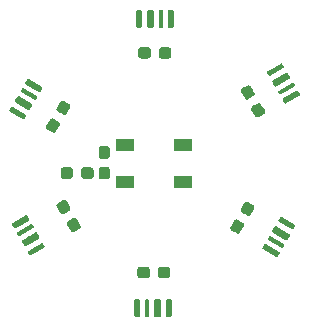
<source format=gbr>
%TF.GenerationSoftware,KiCad,Pcbnew,(5.1.4-0-10_14)*%
%TF.CreationDate,2019-11-19T00:54:02+08:00*%
%TF.ProjectId,z2m_partner,7a326d5f-7061-4727-946e-65722e6b6963,rev?*%
%TF.SameCoordinates,Original*%
%TF.FileFunction,Paste,Bot*%
%TF.FilePolarity,Positive*%
%FSLAX46Y46*%
G04 Gerber Fmt 4.6, Leading zero omitted, Abs format (unit mm)*
G04 Created by KiCad (PCBNEW (5.1.4-0-10_14)) date 2019-11-19 00:54:02*
%MOMM*%
%LPD*%
G04 APERTURE LIST*
%ADD10C,0.350000*%
%ADD11C,0.950000*%
%ADD12R,1.500000X1.000000*%
%ADD13C,0.500000*%
%ADD14C,0.350000*%
%ADD15C,0.600000*%
%ADD16C,0.450000*%
G04 APERTURE END LIST*
D10*
G36*
X179210779Y-103196144D02*
G01*
X179233834Y-103199563D01*
X179256443Y-103205227D01*
X179278387Y-103213079D01*
X179299457Y-103223044D01*
X179319448Y-103235026D01*
X179338168Y-103248910D01*
X179355438Y-103264562D01*
X179371090Y-103281832D01*
X179384974Y-103300552D01*
X179396956Y-103320543D01*
X179406921Y-103341613D01*
X179414773Y-103363557D01*
X179420437Y-103386166D01*
X179423856Y-103409221D01*
X179425000Y-103432500D01*
X179425000Y-103907500D01*
X179423856Y-103930779D01*
X179420437Y-103953834D01*
X179414773Y-103976443D01*
X179406921Y-103998387D01*
X179396956Y-104019457D01*
X179384974Y-104039448D01*
X179371090Y-104058168D01*
X179355438Y-104075438D01*
X179338168Y-104091090D01*
X179319448Y-104104974D01*
X179299457Y-104116956D01*
X179278387Y-104126921D01*
X179256443Y-104134773D01*
X179233834Y-104140437D01*
X179210779Y-104143856D01*
X179187500Y-104145000D01*
X178612500Y-104145000D01*
X178589221Y-104143856D01*
X178566166Y-104140437D01*
X178543557Y-104134773D01*
X178521613Y-104126921D01*
X178500543Y-104116956D01*
X178480552Y-104104974D01*
X178461832Y-104091090D01*
X178444562Y-104075438D01*
X178428910Y-104058168D01*
X178415026Y-104039448D01*
X178403044Y-104019457D01*
X178393079Y-103998387D01*
X178385227Y-103976443D01*
X178379563Y-103953834D01*
X178376144Y-103930779D01*
X178375000Y-103907500D01*
X178375000Y-103432500D01*
X178376144Y-103409221D01*
X178379563Y-103386166D01*
X178385227Y-103363557D01*
X178393079Y-103341613D01*
X178403044Y-103320543D01*
X178415026Y-103300552D01*
X178428910Y-103281832D01*
X178444562Y-103264562D01*
X178461832Y-103248910D01*
X178480552Y-103235026D01*
X178500543Y-103223044D01*
X178521613Y-103213079D01*
X178543557Y-103205227D01*
X178566166Y-103199563D01*
X178589221Y-103196144D01*
X178612500Y-103195000D01*
X179187500Y-103195000D01*
X179210779Y-103196144D01*
X179210779Y-103196144D01*
G37*
D11*
X178900000Y-103670000D03*
D10*
G36*
X177460779Y-103196144D02*
G01*
X177483834Y-103199563D01*
X177506443Y-103205227D01*
X177528387Y-103213079D01*
X177549457Y-103223044D01*
X177569448Y-103235026D01*
X177588168Y-103248910D01*
X177605438Y-103264562D01*
X177621090Y-103281832D01*
X177634974Y-103300552D01*
X177646956Y-103320543D01*
X177656921Y-103341613D01*
X177664773Y-103363557D01*
X177670437Y-103386166D01*
X177673856Y-103409221D01*
X177675000Y-103432500D01*
X177675000Y-103907500D01*
X177673856Y-103930779D01*
X177670437Y-103953834D01*
X177664773Y-103976443D01*
X177656921Y-103998387D01*
X177646956Y-104019457D01*
X177634974Y-104039448D01*
X177621090Y-104058168D01*
X177605438Y-104075438D01*
X177588168Y-104091090D01*
X177569448Y-104104974D01*
X177549457Y-104116956D01*
X177528387Y-104126921D01*
X177506443Y-104134773D01*
X177483834Y-104140437D01*
X177460779Y-104143856D01*
X177437500Y-104145000D01*
X176862500Y-104145000D01*
X176839221Y-104143856D01*
X176816166Y-104140437D01*
X176793557Y-104134773D01*
X176771613Y-104126921D01*
X176750543Y-104116956D01*
X176730552Y-104104974D01*
X176711832Y-104091090D01*
X176694562Y-104075438D01*
X176678910Y-104058168D01*
X176665026Y-104039448D01*
X176653044Y-104019457D01*
X176643079Y-103998387D01*
X176635227Y-103976443D01*
X176629563Y-103953834D01*
X176626144Y-103930779D01*
X176625000Y-103907500D01*
X176625000Y-103432500D01*
X176626144Y-103409221D01*
X176629563Y-103386166D01*
X176635227Y-103363557D01*
X176643079Y-103341613D01*
X176653044Y-103320543D01*
X176665026Y-103300552D01*
X176678910Y-103281832D01*
X176694562Y-103264562D01*
X176711832Y-103248910D01*
X176730552Y-103235026D01*
X176750543Y-103223044D01*
X176771613Y-103213079D01*
X176793557Y-103205227D01*
X176816166Y-103199563D01*
X176839221Y-103196144D01*
X176862500Y-103195000D01*
X177437500Y-103195000D01*
X177460779Y-103196144D01*
X177460779Y-103196144D01*
G37*
D11*
X177150000Y-103670000D03*
D12*
X182100000Y-104470000D03*
X182100000Y-101270000D03*
X187000000Y-104470000D03*
X187000000Y-101270000D03*
D10*
G36*
X180580779Y-101401144D02*
G01*
X180603834Y-101404563D01*
X180626443Y-101410227D01*
X180648387Y-101418079D01*
X180669457Y-101428044D01*
X180689448Y-101440026D01*
X180708168Y-101453910D01*
X180725438Y-101469562D01*
X180741090Y-101486832D01*
X180754974Y-101505552D01*
X180766956Y-101525543D01*
X180776921Y-101546613D01*
X180784773Y-101568557D01*
X180790437Y-101591166D01*
X180793856Y-101614221D01*
X180795000Y-101637500D01*
X180795000Y-102212500D01*
X180793856Y-102235779D01*
X180790437Y-102258834D01*
X180784773Y-102281443D01*
X180776921Y-102303387D01*
X180766956Y-102324457D01*
X180754974Y-102344448D01*
X180741090Y-102363168D01*
X180725438Y-102380438D01*
X180708168Y-102396090D01*
X180689448Y-102409974D01*
X180669457Y-102421956D01*
X180648387Y-102431921D01*
X180626443Y-102439773D01*
X180603834Y-102445437D01*
X180580779Y-102448856D01*
X180557500Y-102450000D01*
X180082500Y-102450000D01*
X180059221Y-102448856D01*
X180036166Y-102445437D01*
X180013557Y-102439773D01*
X179991613Y-102431921D01*
X179970543Y-102421956D01*
X179950552Y-102409974D01*
X179931832Y-102396090D01*
X179914562Y-102380438D01*
X179898910Y-102363168D01*
X179885026Y-102344448D01*
X179873044Y-102324457D01*
X179863079Y-102303387D01*
X179855227Y-102281443D01*
X179849563Y-102258834D01*
X179846144Y-102235779D01*
X179845000Y-102212500D01*
X179845000Y-101637500D01*
X179846144Y-101614221D01*
X179849563Y-101591166D01*
X179855227Y-101568557D01*
X179863079Y-101546613D01*
X179873044Y-101525543D01*
X179885026Y-101505552D01*
X179898910Y-101486832D01*
X179914562Y-101469562D01*
X179931832Y-101453910D01*
X179950552Y-101440026D01*
X179970543Y-101428044D01*
X179991613Y-101418079D01*
X180013557Y-101410227D01*
X180036166Y-101404563D01*
X180059221Y-101401144D01*
X180082500Y-101400000D01*
X180557500Y-101400000D01*
X180580779Y-101401144D01*
X180580779Y-101401144D01*
G37*
D11*
X180320000Y-101925000D03*
D10*
G36*
X180580779Y-103151144D02*
G01*
X180603834Y-103154563D01*
X180626443Y-103160227D01*
X180648387Y-103168079D01*
X180669457Y-103178044D01*
X180689448Y-103190026D01*
X180708168Y-103203910D01*
X180725438Y-103219562D01*
X180741090Y-103236832D01*
X180754974Y-103255552D01*
X180766956Y-103275543D01*
X180776921Y-103296613D01*
X180784773Y-103318557D01*
X180790437Y-103341166D01*
X180793856Y-103364221D01*
X180795000Y-103387500D01*
X180795000Y-103962500D01*
X180793856Y-103985779D01*
X180790437Y-104008834D01*
X180784773Y-104031443D01*
X180776921Y-104053387D01*
X180766956Y-104074457D01*
X180754974Y-104094448D01*
X180741090Y-104113168D01*
X180725438Y-104130438D01*
X180708168Y-104146090D01*
X180689448Y-104159974D01*
X180669457Y-104171956D01*
X180648387Y-104181921D01*
X180626443Y-104189773D01*
X180603834Y-104195437D01*
X180580779Y-104198856D01*
X180557500Y-104200000D01*
X180082500Y-104200000D01*
X180059221Y-104198856D01*
X180036166Y-104195437D01*
X180013557Y-104189773D01*
X179991613Y-104181921D01*
X179970543Y-104171956D01*
X179950552Y-104159974D01*
X179931832Y-104146090D01*
X179914562Y-104130438D01*
X179898910Y-104113168D01*
X179885026Y-104094448D01*
X179873044Y-104074457D01*
X179863079Y-104053387D01*
X179855227Y-104031443D01*
X179849563Y-104008834D01*
X179846144Y-103985779D01*
X179845000Y-103962500D01*
X179845000Y-103387500D01*
X179846144Y-103364221D01*
X179849563Y-103341166D01*
X179855227Y-103318557D01*
X179863079Y-103296613D01*
X179873044Y-103275543D01*
X179885026Y-103255552D01*
X179898910Y-103236832D01*
X179914562Y-103219562D01*
X179931832Y-103203910D01*
X179950552Y-103190026D01*
X179970543Y-103178044D01*
X179991613Y-103168079D01*
X180013557Y-103160227D01*
X180036166Y-103154563D01*
X180059221Y-103151144D01*
X180082500Y-103150000D01*
X180557500Y-103150000D01*
X180580779Y-103151144D01*
X180580779Y-103151144D01*
G37*
D11*
X180320000Y-103675000D03*
D10*
G36*
X184050779Y-93026144D02*
G01*
X184073834Y-93029563D01*
X184096443Y-93035227D01*
X184118387Y-93043079D01*
X184139457Y-93053044D01*
X184159448Y-93065026D01*
X184178168Y-93078910D01*
X184195438Y-93094562D01*
X184211090Y-93111832D01*
X184224974Y-93130552D01*
X184236956Y-93150543D01*
X184246921Y-93171613D01*
X184254773Y-93193557D01*
X184260437Y-93216166D01*
X184263856Y-93239221D01*
X184265000Y-93262500D01*
X184265000Y-93737500D01*
X184263856Y-93760779D01*
X184260437Y-93783834D01*
X184254773Y-93806443D01*
X184246921Y-93828387D01*
X184236956Y-93849457D01*
X184224974Y-93869448D01*
X184211090Y-93888168D01*
X184195438Y-93905438D01*
X184178168Y-93921090D01*
X184159448Y-93934974D01*
X184139457Y-93946956D01*
X184118387Y-93956921D01*
X184096443Y-93964773D01*
X184073834Y-93970437D01*
X184050779Y-93973856D01*
X184027500Y-93975000D01*
X183452500Y-93975000D01*
X183429221Y-93973856D01*
X183406166Y-93970437D01*
X183383557Y-93964773D01*
X183361613Y-93956921D01*
X183340543Y-93946956D01*
X183320552Y-93934974D01*
X183301832Y-93921090D01*
X183284562Y-93905438D01*
X183268910Y-93888168D01*
X183255026Y-93869448D01*
X183243044Y-93849457D01*
X183233079Y-93828387D01*
X183225227Y-93806443D01*
X183219563Y-93783834D01*
X183216144Y-93760779D01*
X183215000Y-93737500D01*
X183215000Y-93262500D01*
X183216144Y-93239221D01*
X183219563Y-93216166D01*
X183225227Y-93193557D01*
X183233079Y-93171613D01*
X183243044Y-93150543D01*
X183255026Y-93130552D01*
X183268910Y-93111832D01*
X183284562Y-93094562D01*
X183301832Y-93078910D01*
X183320552Y-93065026D01*
X183340543Y-93053044D01*
X183361613Y-93043079D01*
X183383557Y-93035227D01*
X183406166Y-93029563D01*
X183429221Y-93026144D01*
X183452500Y-93025000D01*
X184027500Y-93025000D01*
X184050779Y-93026144D01*
X184050779Y-93026144D01*
G37*
D11*
X183740000Y-93500000D03*
D10*
G36*
X185800779Y-93026144D02*
G01*
X185823834Y-93029563D01*
X185846443Y-93035227D01*
X185868387Y-93043079D01*
X185889457Y-93053044D01*
X185909448Y-93065026D01*
X185928168Y-93078910D01*
X185945438Y-93094562D01*
X185961090Y-93111832D01*
X185974974Y-93130552D01*
X185986956Y-93150543D01*
X185996921Y-93171613D01*
X186004773Y-93193557D01*
X186010437Y-93216166D01*
X186013856Y-93239221D01*
X186015000Y-93262500D01*
X186015000Y-93737500D01*
X186013856Y-93760779D01*
X186010437Y-93783834D01*
X186004773Y-93806443D01*
X185996921Y-93828387D01*
X185986956Y-93849457D01*
X185974974Y-93869448D01*
X185961090Y-93888168D01*
X185945438Y-93905438D01*
X185928168Y-93921090D01*
X185909448Y-93934974D01*
X185889457Y-93946956D01*
X185868387Y-93956921D01*
X185846443Y-93964773D01*
X185823834Y-93970437D01*
X185800779Y-93973856D01*
X185777500Y-93975000D01*
X185202500Y-93975000D01*
X185179221Y-93973856D01*
X185156166Y-93970437D01*
X185133557Y-93964773D01*
X185111613Y-93956921D01*
X185090543Y-93946956D01*
X185070552Y-93934974D01*
X185051832Y-93921090D01*
X185034562Y-93905438D01*
X185018910Y-93888168D01*
X185005026Y-93869448D01*
X184993044Y-93849457D01*
X184983079Y-93828387D01*
X184975227Y-93806443D01*
X184969563Y-93783834D01*
X184966144Y-93760779D01*
X184965000Y-93737500D01*
X184965000Y-93262500D01*
X184966144Y-93239221D01*
X184969563Y-93216166D01*
X184975227Y-93193557D01*
X184983079Y-93171613D01*
X184993044Y-93150543D01*
X185005026Y-93130552D01*
X185018910Y-93111832D01*
X185034562Y-93094562D01*
X185051832Y-93078910D01*
X185070552Y-93065026D01*
X185090543Y-93053044D01*
X185111613Y-93043079D01*
X185133557Y-93035227D01*
X185156166Y-93029563D01*
X185179221Y-93026144D01*
X185202500Y-93025000D01*
X185777500Y-93025000D01*
X185800779Y-93026144D01*
X185800779Y-93026144D01*
G37*
D11*
X185490000Y-93500000D03*
D10*
G36*
X177820964Y-107468049D02*
G01*
X177844119Y-107470712D01*
X177866901Y-107475633D01*
X177889090Y-107482762D01*
X177910475Y-107492033D01*
X177930847Y-107503354D01*
X177950012Y-107516619D01*
X177967784Y-107531697D01*
X177983993Y-107548445D01*
X177998482Y-107566702D01*
X178011112Y-107586290D01*
X178298612Y-108084254D01*
X178309261Y-108104986D01*
X178317827Y-108126662D01*
X178324227Y-108149073D01*
X178328399Y-108172004D01*
X178330304Y-108195233D01*
X178329923Y-108218537D01*
X178327259Y-108241692D01*
X178322338Y-108264473D01*
X178315209Y-108286663D01*
X178305938Y-108308047D01*
X178294617Y-108328420D01*
X178281352Y-108347585D01*
X178266274Y-108365357D01*
X178249526Y-108381566D01*
X178231270Y-108396055D01*
X178211681Y-108408685D01*
X177800319Y-108646185D01*
X177779587Y-108656834D01*
X177757911Y-108665400D01*
X177735500Y-108671800D01*
X177712569Y-108675972D01*
X177689340Y-108677877D01*
X177666036Y-108677495D01*
X177642881Y-108674832D01*
X177620099Y-108669911D01*
X177597910Y-108662782D01*
X177576525Y-108653511D01*
X177556153Y-108642190D01*
X177536988Y-108628925D01*
X177519216Y-108613847D01*
X177503007Y-108597099D01*
X177488518Y-108578842D01*
X177475888Y-108559254D01*
X177188388Y-108061290D01*
X177177739Y-108040558D01*
X177169173Y-108018882D01*
X177162773Y-107996471D01*
X177158601Y-107973540D01*
X177156696Y-107950311D01*
X177157077Y-107927007D01*
X177159741Y-107903852D01*
X177164662Y-107881071D01*
X177171791Y-107858881D01*
X177181062Y-107837497D01*
X177192383Y-107817124D01*
X177205648Y-107797959D01*
X177220726Y-107780187D01*
X177237474Y-107763978D01*
X177255730Y-107749489D01*
X177275319Y-107736859D01*
X177686681Y-107499359D01*
X177707413Y-107488710D01*
X177729089Y-107480144D01*
X177751500Y-107473744D01*
X177774431Y-107469572D01*
X177797660Y-107467667D01*
X177820964Y-107468049D01*
X177820964Y-107468049D01*
G37*
D11*
X177743500Y-108072772D03*
D10*
G36*
X176945964Y-105952505D02*
G01*
X176969119Y-105955168D01*
X176991901Y-105960089D01*
X177014090Y-105967218D01*
X177035475Y-105976489D01*
X177055847Y-105987810D01*
X177075012Y-106001075D01*
X177092784Y-106016153D01*
X177108993Y-106032901D01*
X177123482Y-106051158D01*
X177136112Y-106070746D01*
X177423612Y-106568710D01*
X177434261Y-106589442D01*
X177442827Y-106611118D01*
X177449227Y-106633529D01*
X177453399Y-106656460D01*
X177455304Y-106679689D01*
X177454923Y-106702993D01*
X177452259Y-106726148D01*
X177447338Y-106748929D01*
X177440209Y-106771119D01*
X177430938Y-106792503D01*
X177419617Y-106812876D01*
X177406352Y-106832041D01*
X177391274Y-106849813D01*
X177374526Y-106866022D01*
X177356270Y-106880511D01*
X177336681Y-106893141D01*
X176925319Y-107130641D01*
X176904587Y-107141290D01*
X176882911Y-107149856D01*
X176860500Y-107156256D01*
X176837569Y-107160428D01*
X176814340Y-107162333D01*
X176791036Y-107161951D01*
X176767881Y-107159288D01*
X176745099Y-107154367D01*
X176722910Y-107147238D01*
X176701525Y-107137967D01*
X176681153Y-107126646D01*
X176661988Y-107113381D01*
X176644216Y-107098303D01*
X176628007Y-107081555D01*
X176613518Y-107063298D01*
X176600888Y-107043710D01*
X176313388Y-106545746D01*
X176302739Y-106525014D01*
X176294173Y-106503338D01*
X176287773Y-106480927D01*
X176283601Y-106457996D01*
X176281696Y-106434767D01*
X176282077Y-106411463D01*
X176284741Y-106388308D01*
X176289662Y-106365527D01*
X176296791Y-106343337D01*
X176306062Y-106321953D01*
X176317383Y-106301580D01*
X176330648Y-106282415D01*
X176345726Y-106264643D01*
X176362474Y-106248434D01*
X176380730Y-106233945D01*
X176400319Y-106221315D01*
X176811681Y-105983815D01*
X176832413Y-105973166D01*
X176854089Y-105964600D01*
X176876500Y-105958200D01*
X176899431Y-105954028D01*
X176922660Y-105952123D01*
X176945964Y-105952505D01*
X176945964Y-105952505D01*
G37*
D11*
X176868500Y-106557228D03*
D10*
G36*
X192430569Y-106081028D02*
G01*
X192453500Y-106085200D01*
X192475911Y-106091600D01*
X192497587Y-106100166D01*
X192518319Y-106110815D01*
X192929681Y-106348315D01*
X192949269Y-106360945D01*
X192967526Y-106375434D01*
X192984274Y-106391643D01*
X192999352Y-106409415D01*
X193012617Y-106428580D01*
X193023938Y-106448952D01*
X193033209Y-106470337D01*
X193040338Y-106492526D01*
X193045259Y-106515308D01*
X193047922Y-106538463D01*
X193048304Y-106561767D01*
X193046399Y-106584996D01*
X193042227Y-106607927D01*
X193035827Y-106630338D01*
X193027261Y-106652014D01*
X193016612Y-106672746D01*
X192729112Y-107170710D01*
X192716482Y-107190299D01*
X192701993Y-107208555D01*
X192685784Y-107225303D01*
X192668012Y-107240381D01*
X192648847Y-107253646D01*
X192628474Y-107264967D01*
X192607090Y-107274238D01*
X192584900Y-107281367D01*
X192562119Y-107286288D01*
X192538964Y-107288952D01*
X192515660Y-107289333D01*
X192492431Y-107287428D01*
X192469500Y-107283256D01*
X192447089Y-107276856D01*
X192425413Y-107268290D01*
X192404681Y-107257641D01*
X191993319Y-107020141D01*
X191973731Y-107007511D01*
X191955474Y-106993022D01*
X191938726Y-106976813D01*
X191923648Y-106959041D01*
X191910383Y-106939876D01*
X191899062Y-106919504D01*
X191889791Y-106898119D01*
X191882662Y-106875930D01*
X191877741Y-106853148D01*
X191875078Y-106829993D01*
X191874696Y-106806689D01*
X191876601Y-106783460D01*
X191880773Y-106760529D01*
X191887173Y-106738118D01*
X191895739Y-106716442D01*
X191906388Y-106695710D01*
X192193888Y-106197746D01*
X192206518Y-106178157D01*
X192221007Y-106159901D01*
X192237216Y-106143153D01*
X192254988Y-106128075D01*
X192274153Y-106114810D01*
X192294526Y-106103489D01*
X192315910Y-106094218D01*
X192338100Y-106087089D01*
X192360881Y-106082168D01*
X192384036Y-106079504D01*
X192407340Y-106079123D01*
X192430569Y-106081028D01*
X192430569Y-106081028D01*
G37*
D11*
X192461500Y-106684228D03*
D10*
G36*
X191555569Y-107596572D02*
G01*
X191578500Y-107600744D01*
X191600911Y-107607144D01*
X191622587Y-107615710D01*
X191643319Y-107626359D01*
X192054681Y-107863859D01*
X192074269Y-107876489D01*
X192092526Y-107890978D01*
X192109274Y-107907187D01*
X192124352Y-107924959D01*
X192137617Y-107944124D01*
X192148938Y-107964496D01*
X192158209Y-107985881D01*
X192165338Y-108008070D01*
X192170259Y-108030852D01*
X192172922Y-108054007D01*
X192173304Y-108077311D01*
X192171399Y-108100540D01*
X192167227Y-108123471D01*
X192160827Y-108145882D01*
X192152261Y-108167558D01*
X192141612Y-108188290D01*
X191854112Y-108686254D01*
X191841482Y-108705843D01*
X191826993Y-108724099D01*
X191810784Y-108740847D01*
X191793012Y-108755925D01*
X191773847Y-108769190D01*
X191753474Y-108780511D01*
X191732090Y-108789782D01*
X191709900Y-108796911D01*
X191687119Y-108801832D01*
X191663964Y-108804496D01*
X191640660Y-108804877D01*
X191617431Y-108802972D01*
X191594500Y-108798800D01*
X191572089Y-108792400D01*
X191550413Y-108783834D01*
X191529681Y-108773185D01*
X191118319Y-108535685D01*
X191098731Y-108523055D01*
X191080474Y-108508566D01*
X191063726Y-108492357D01*
X191048648Y-108474585D01*
X191035383Y-108455420D01*
X191024062Y-108435048D01*
X191014791Y-108413663D01*
X191007662Y-108391474D01*
X191002741Y-108368692D01*
X191000078Y-108345537D01*
X190999696Y-108322233D01*
X191001601Y-108299004D01*
X191005773Y-108276073D01*
X191012173Y-108253662D01*
X191020739Y-108231986D01*
X191031388Y-108211254D01*
X191318888Y-107713290D01*
X191331518Y-107693701D01*
X191346007Y-107675445D01*
X191362216Y-107658697D01*
X191379988Y-107643619D01*
X191399153Y-107630354D01*
X191419526Y-107619033D01*
X191440910Y-107609762D01*
X191463100Y-107602633D01*
X191485881Y-107597712D01*
X191509036Y-107595048D01*
X191532340Y-107594667D01*
X191555569Y-107596572D01*
X191555569Y-107596572D01*
G37*
D11*
X191586500Y-108199772D03*
D10*
G36*
X186087252Y-89870602D02*
G01*
X186099386Y-89872402D01*
X186111286Y-89875382D01*
X186122835Y-89879515D01*
X186133925Y-89884760D01*
X186144446Y-89891066D01*
X186154299Y-89898374D01*
X186163388Y-89906612D01*
X186171626Y-89915701D01*
X186178934Y-89925554D01*
X186185240Y-89936075D01*
X186190485Y-89947165D01*
X186194618Y-89958714D01*
X186197598Y-89970614D01*
X186199398Y-89982748D01*
X186200000Y-89995000D01*
X186200000Y-91245000D01*
X186199398Y-91257252D01*
X186197598Y-91269386D01*
X186194618Y-91281286D01*
X186190485Y-91292835D01*
X186185240Y-91303925D01*
X186178934Y-91314446D01*
X186171626Y-91324299D01*
X186163388Y-91333388D01*
X186154299Y-91341626D01*
X186144446Y-91348934D01*
X186133925Y-91355240D01*
X186122835Y-91360485D01*
X186111286Y-91364618D01*
X186099386Y-91367598D01*
X186087252Y-91369398D01*
X186075000Y-91370000D01*
X185825000Y-91370000D01*
X185812748Y-91369398D01*
X185800614Y-91367598D01*
X185788714Y-91364618D01*
X185777165Y-91360485D01*
X185766075Y-91355240D01*
X185755554Y-91348934D01*
X185745701Y-91341626D01*
X185736612Y-91333388D01*
X185728374Y-91324299D01*
X185721066Y-91314446D01*
X185714760Y-91303925D01*
X185709515Y-91292835D01*
X185705382Y-91281286D01*
X185702402Y-91269386D01*
X185700602Y-91257252D01*
X185700000Y-91245000D01*
X185700000Y-89995000D01*
X185700602Y-89982748D01*
X185702402Y-89970614D01*
X185705382Y-89958714D01*
X185709515Y-89947165D01*
X185714760Y-89936075D01*
X185721066Y-89925554D01*
X185728374Y-89915701D01*
X185736612Y-89906612D01*
X185745701Y-89898374D01*
X185755554Y-89891066D01*
X185766075Y-89884760D01*
X185777165Y-89879515D01*
X185788714Y-89875382D01*
X185800614Y-89872402D01*
X185812748Y-89870602D01*
X185825000Y-89870000D01*
X186075000Y-89870000D01*
X186087252Y-89870602D01*
X186087252Y-89870602D01*
G37*
D13*
X185950000Y-90620000D03*
D10*
G36*
X185221076Y-89870421D02*
G01*
X185229570Y-89871681D01*
X185237900Y-89873768D01*
X185245985Y-89876661D01*
X185253747Y-89880332D01*
X185261112Y-89884746D01*
X185268009Y-89889862D01*
X185274372Y-89895628D01*
X185280138Y-89901991D01*
X185285254Y-89908888D01*
X185289668Y-89916253D01*
X185293339Y-89924015D01*
X185296232Y-89932100D01*
X185298319Y-89940430D01*
X185299579Y-89948924D01*
X185300000Y-89957500D01*
X185300000Y-91282500D01*
X185299579Y-91291076D01*
X185298319Y-91299570D01*
X185296232Y-91307900D01*
X185293339Y-91315985D01*
X185289668Y-91323747D01*
X185285254Y-91331112D01*
X185280138Y-91338009D01*
X185274372Y-91344372D01*
X185268009Y-91350138D01*
X185261112Y-91355254D01*
X185253747Y-91359668D01*
X185245985Y-91363339D01*
X185237900Y-91366232D01*
X185229570Y-91368319D01*
X185221076Y-91369579D01*
X185212500Y-91370000D01*
X185037500Y-91370000D01*
X185028924Y-91369579D01*
X185020430Y-91368319D01*
X185012100Y-91366232D01*
X185004015Y-91363339D01*
X184996253Y-91359668D01*
X184988888Y-91355254D01*
X184981991Y-91350138D01*
X184975628Y-91344372D01*
X184969862Y-91338009D01*
X184964746Y-91331112D01*
X184960332Y-91323747D01*
X184956661Y-91315985D01*
X184953768Y-91307900D01*
X184951681Y-91299570D01*
X184950421Y-91291076D01*
X184950000Y-91282500D01*
X184950000Y-89957500D01*
X184950421Y-89948924D01*
X184951681Y-89940430D01*
X184953768Y-89932100D01*
X184956661Y-89924015D01*
X184960332Y-89916253D01*
X184964746Y-89908888D01*
X184969862Y-89901991D01*
X184975628Y-89895628D01*
X184981991Y-89889862D01*
X184988888Y-89884746D01*
X184996253Y-89880332D01*
X185004015Y-89876661D01*
X185012100Y-89873768D01*
X185020430Y-89871681D01*
X185028924Y-89870421D01*
X185037500Y-89870000D01*
X185212500Y-89870000D01*
X185221076Y-89870421D01*
X185221076Y-89870421D01*
G37*
D14*
X185125000Y-90620000D03*
D10*
G36*
X184414703Y-89870722D02*
G01*
X184429264Y-89872882D01*
X184443543Y-89876459D01*
X184457403Y-89881418D01*
X184470710Y-89887712D01*
X184483336Y-89895280D01*
X184495159Y-89904048D01*
X184506066Y-89913934D01*
X184515952Y-89924841D01*
X184524720Y-89936664D01*
X184532288Y-89949290D01*
X184538582Y-89962597D01*
X184543541Y-89976457D01*
X184547118Y-89990736D01*
X184549278Y-90005297D01*
X184550000Y-90020000D01*
X184550000Y-91220000D01*
X184549278Y-91234703D01*
X184547118Y-91249264D01*
X184543541Y-91263543D01*
X184538582Y-91277403D01*
X184532288Y-91290710D01*
X184524720Y-91303336D01*
X184515952Y-91315159D01*
X184506066Y-91326066D01*
X184495159Y-91335952D01*
X184483336Y-91344720D01*
X184470710Y-91352288D01*
X184457403Y-91358582D01*
X184443543Y-91363541D01*
X184429264Y-91367118D01*
X184414703Y-91369278D01*
X184400000Y-91370000D01*
X184100000Y-91370000D01*
X184085297Y-91369278D01*
X184070736Y-91367118D01*
X184056457Y-91363541D01*
X184042597Y-91358582D01*
X184029290Y-91352288D01*
X184016664Y-91344720D01*
X184004841Y-91335952D01*
X183993934Y-91326066D01*
X183984048Y-91315159D01*
X183975280Y-91303336D01*
X183967712Y-91290710D01*
X183961418Y-91277403D01*
X183956459Y-91263543D01*
X183952882Y-91249264D01*
X183950722Y-91234703D01*
X183950000Y-91220000D01*
X183950000Y-90020000D01*
X183950722Y-90005297D01*
X183952882Y-89990736D01*
X183956459Y-89976457D01*
X183961418Y-89962597D01*
X183967712Y-89949290D01*
X183975280Y-89936664D01*
X183984048Y-89924841D01*
X183993934Y-89913934D01*
X184004841Y-89904048D01*
X184016664Y-89895280D01*
X184029290Y-89887712D01*
X184042597Y-89881418D01*
X184056457Y-89876459D01*
X184070736Y-89872882D01*
X184085297Y-89870722D01*
X184100000Y-89870000D01*
X184400000Y-89870000D01*
X184414703Y-89870722D01*
X184414703Y-89870722D01*
G37*
D15*
X184250000Y-90620000D03*
D10*
G36*
X183398527Y-89870542D02*
G01*
X183409448Y-89872162D01*
X183420157Y-89874844D01*
X183430552Y-89878564D01*
X183440532Y-89883284D01*
X183450002Y-89888960D01*
X183458869Y-89895536D01*
X183467050Y-89902950D01*
X183474464Y-89911131D01*
X183481040Y-89919998D01*
X183486716Y-89929468D01*
X183491436Y-89939448D01*
X183495156Y-89949843D01*
X183497838Y-89960552D01*
X183499458Y-89971473D01*
X183500000Y-89982500D01*
X183500000Y-91257500D01*
X183499458Y-91268527D01*
X183497838Y-91279448D01*
X183495156Y-91290157D01*
X183491436Y-91300552D01*
X183486716Y-91310532D01*
X183481040Y-91320002D01*
X183474464Y-91328869D01*
X183467050Y-91337050D01*
X183458869Y-91344464D01*
X183450002Y-91351040D01*
X183440532Y-91356716D01*
X183430552Y-91361436D01*
X183420157Y-91365156D01*
X183409448Y-91367838D01*
X183398527Y-91369458D01*
X183387500Y-91370000D01*
X183162500Y-91370000D01*
X183151473Y-91369458D01*
X183140552Y-91367838D01*
X183129843Y-91365156D01*
X183119448Y-91361436D01*
X183109468Y-91356716D01*
X183099998Y-91351040D01*
X183091131Y-91344464D01*
X183082950Y-91337050D01*
X183075536Y-91328869D01*
X183068960Y-91320002D01*
X183063284Y-91310532D01*
X183058564Y-91300552D01*
X183054844Y-91290157D01*
X183052162Y-91279448D01*
X183050542Y-91268527D01*
X183050000Y-91257500D01*
X183050000Y-89982500D01*
X183050542Y-89971473D01*
X183052162Y-89960552D01*
X183054844Y-89949843D01*
X183058564Y-89939448D01*
X183063284Y-89929468D01*
X183068960Y-89919998D01*
X183075536Y-89911131D01*
X183082950Y-89902950D01*
X183091131Y-89895536D01*
X183099998Y-89888960D01*
X183109468Y-89883284D01*
X183119448Y-89878564D01*
X183129843Y-89874844D01*
X183140552Y-89872162D01*
X183151473Y-89870542D01*
X183162500Y-89870000D01*
X183387500Y-89870000D01*
X183398527Y-89870542D01*
X183398527Y-89870542D01*
G37*
D16*
X183275000Y-90620000D03*
D10*
G36*
X193988031Y-109682752D02*
G01*
X194000100Y-109684948D01*
X194011895Y-109688317D01*
X194023303Y-109692825D01*
X194034215Y-109698430D01*
X195116747Y-110323430D01*
X195127057Y-110330077D01*
X195136665Y-110337703D01*
X195145480Y-110346234D01*
X195153416Y-110355588D01*
X195160397Y-110365675D01*
X195166356Y-110376397D01*
X195171235Y-110387652D01*
X195174988Y-110399331D01*
X195177577Y-110411321D01*
X195178979Y-110423508D01*
X195179180Y-110435773D01*
X195178178Y-110447999D01*
X195175982Y-110460068D01*
X195172613Y-110471863D01*
X195168105Y-110483271D01*
X195162500Y-110494183D01*
X195037500Y-110710689D01*
X195030853Y-110720999D01*
X195023227Y-110730607D01*
X195014696Y-110739422D01*
X195005342Y-110747358D01*
X194995255Y-110754339D01*
X194984533Y-110760298D01*
X194973278Y-110765177D01*
X194961599Y-110768930D01*
X194949609Y-110771519D01*
X194937422Y-110772921D01*
X194925157Y-110773122D01*
X194912931Y-110772120D01*
X194900862Y-110769924D01*
X194889067Y-110766555D01*
X194877659Y-110762047D01*
X194866747Y-110756442D01*
X193784215Y-110131442D01*
X193773905Y-110124795D01*
X193764297Y-110117169D01*
X193755482Y-110108638D01*
X193747546Y-110099284D01*
X193740565Y-110089197D01*
X193734606Y-110078475D01*
X193729727Y-110067220D01*
X193725974Y-110055541D01*
X193723385Y-110043551D01*
X193721983Y-110031364D01*
X193721782Y-110019099D01*
X193722784Y-110006873D01*
X193724980Y-109994804D01*
X193728349Y-109983009D01*
X193732857Y-109971601D01*
X193738462Y-109960689D01*
X193863462Y-109744183D01*
X193870109Y-109733873D01*
X193877735Y-109724265D01*
X193886266Y-109715450D01*
X193895620Y-109707514D01*
X193905707Y-109700533D01*
X193916429Y-109694574D01*
X193927684Y-109689695D01*
X193939363Y-109685942D01*
X193951353Y-109683353D01*
X193963540Y-109681951D01*
X193975805Y-109681750D01*
X193988031Y-109682752D01*
X193988031Y-109682752D01*
G37*
D13*
X194450481Y-110227436D03*
D10*
G36*
X194344410Y-109019187D02*
G01*
X194352858Y-109020724D01*
X194361115Y-109023082D01*
X194369101Y-109026237D01*
X194376739Y-109030161D01*
X195524223Y-109692661D01*
X195531440Y-109697314D01*
X195538166Y-109702652D01*
X195544336Y-109708624D01*
X195549891Y-109715171D01*
X195554778Y-109722232D01*
X195558949Y-109729738D01*
X195562365Y-109737616D01*
X195564992Y-109745791D01*
X195566804Y-109754185D01*
X195567786Y-109762715D01*
X195567926Y-109771301D01*
X195567224Y-109779859D01*
X195565687Y-109788307D01*
X195563329Y-109796564D01*
X195560174Y-109804550D01*
X195556250Y-109812188D01*
X195468750Y-109963742D01*
X195464097Y-109970959D01*
X195458759Y-109977685D01*
X195452787Y-109983855D01*
X195446240Y-109989410D01*
X195439179Y-109994297D01*
X195431673Y-109998468D01*
X195423795Y-110001884D01*
X195415620Y-110004511D01*
X195407226Y-110006323D01*
X195398696Y-110007305D01*
X195390110Y-110007445D01*
X195381552Y-110006743D01*
X195373104Y-110005206D01*
X195364847Y-110002848D01*
X195356861Y-109999693D01*
X195349223Y-109995769D01*
X194201739Y-109333269D01*
X194194522Y-109328616D01*
X194187796Y-109323278D01*
X194181626Y-109317306D01*
X194176071Y-109310759D01*
X194171184Y-109303698D01*
X194167013Y-109296192D01*
X194163597Y-109288314D01*
X194160970Y-109280139D01*
X194159158Y-109271745D01*
X194158176Y-109263215D01*
X194158036Y-109254629D01*
X194158738Y-109246071D01*
X194160275Y-109237623D01*
X194162633Y-109229366D01*
X194165788Y-109221380D01*
X194169712Y-109213742D01*
X194257212Y-109062188D01*
X194261865Y-109054971D01*
X194267203Y-109048245D01*
X194273175Y-109042075D01*
X194279722Y-109036520D01*
X194286783Y-109031633D01*
X194294289Y-109027462D01*
X194302167Y-109024046D01*
X194310342Y-109021419D01*
X194318736Y-109019607D01*
X194327266Y-109018625D01*
X194335852Y-109018485D01*
X194344410Y-109019187D01*
X194344410Y-109019187D01*
G37*
D14*
X194862981Y-109512965D03*
D10*
G36*
X194875445Y-108176571D02*
G01*
X194889927Y-108179206D01*
X194904082Y-108183248D01*
X194917772Y-108188658D01*
X194930866Y-108195384D01*
X195970096Y-108795384D01*
X195982468Y-108803361D01*
X195993998Y-108812512D01*
X196004576Y-108822749D01*
X196014099Y-108833974D01*
X196022476Y-108846078D01*
X196029627Y-108858945D01*
X196035482Y-108872451D01*
X196039985Y-108886465D01*
X196043093Y-108900854D01*
X196044775Y-108915478D01*
X196045016Y-108930196D01*
X196043813Y-108944867D01*
X196041178Y-108959349D01*
X196037136Y-108973504D01*
X196031726Y-108987194D01*
X196025000Y-109000288D01*
X195875000Y-109260096D01*
X195867023Y-109272468D01*
X195857872Y-109283998D01*
X195847635Y-109294576D01*
X195836410Y-109304099D01*
X195824306Y-109312476D01*
X195811439Y-109319627D01*
X195797934Y-109325482D01*
X195783919Y-109329985D01*
X195769530Y-109333092D01*
X195754907Y-109334775D01*
X195740188Y-109335016D01*
X195725517Y-109333813D01*
X195711035Y-109331178D01*
X195696880Y-109327136D01*
X195683190Y-109321726D01*
X195670096Y-109315000D01*
X194630866Y-108715000D01*
X194618494Y-108707023D01*
X194606964Y-108697872D01*
X194596386Y-108687635D01*
X194586863Y-108676410D01*
X194578486Y-108664306D01*
X194571335Y-108651439D01*
X194565480Y-108637933D01*
X194560977Y-108623919D01*
X194557869Y-108609530D01*
X194556187Y-108594906D01*
X194555946Y-108580188D01*
X194557149Y-108565517D01*
X194559784Y-108551035D01*
X194563826Y-108536880D01*
X194569236Y-108523190D01*
X194575962Y-108510096D01*
X194725962Y-108250288D01*
X194733939Y-108237916D01*
X194743090Y-108226386D01*
X194753327Y-108215808D01*
X194764552Y-108206285D01*
X194776656Y-108197908D01*
X194789523Y-108190757D01*
X194803028Y-108184902D01*
X194817043Y-108180399D01*
X194831432Y-108177292D01*
X194846055Y-108175609D01*
X194860774Y-108175368D01*
X194875445Y-108176571D01*
X194875445Y-108176571D01*
G37*
D15*
X195300481Y-108755192D03*
D10*
G36*
X195306824Y-107383102D02*
G01*
X195317686Y-107385079D01*
X195328302Y-107388110D01*
X195338569Y-107392168D01*
X195348390Y-107397212D01*
X196452572Y-108034712D01*
X196461851Y-108040695D01*
X196470498Y-108047558D01*
X196478432Y-108055236D01*
X196485574Y-108063654D01*
X196491857Y-108072732D01*
X196497220Y-108082383D01*
X196501611Y-108092512D01*
X196504989Y-108103023D01*
X196507319Y-108113814D01*
X196508581Y-108124782D01*
X196508762Y-108135821D01*
X196507860Y-108146824D01*
X196505883Y-108157686D01*
X196502852Y-108168302D01*
X196498794Y-108178570D01*
X196493750Y-108188390D01*
X196381250Y-108383246D01*
X196375267Y-108392525D01*
X196368404Y-108401172D01*
X196360726Y-108409106D01*
X196352308Y-108416248D01*
X196343230Y-108422531D01*
X196333580Y-108427894D01*
X196323450Y-108432285D01*
X196312939Y-108435663D01*
X196302148Y-108437993D01*
X196291180Y-108439255D01*
X196280141Y-108439436D01*
X196269138Y-108438534D01*
X196258276Y-108436557D01*
X196247660Y-108433526D01*
X196237393Y-108429468D01*
X196227572Y-108424424D01*
X195123390Y-107786924D01*
X195114111Y-107780941D01*
X195105464Y-107774078D01*
X195097530Y-107766400D01*
X195090388Y-107757982D01*
X195084105Y-107748904D01*
X195078742Y-107739253D01*
X195074351Y-107729124D01*
X195070973Y-107718613D01*
X195068643Y-107707822D01*
X195067381Y-107696854D01*
X195067200Y-107685815D01*
X195068102Y-107674812D01*
X195070079Y-107663950D01*
X195073110Y-107653334D01*
X195077168Y-107643066D01*
X195082212Y-107633246D01*
X195194712Y-107438390D01*
X195200695Y-107429111D01*
X195207558Y-107420464D01*
X195215236Y-107412530D01*
X195223654Y-107405388D01*
X195232732Y-107399105D01*
X195242382Y-107393742D01*
X195252512Y-107389351D01*
X195263023Y-107385973D01*
X195273814Y-107383643D01*
X195284782Y-107382381D01*
X195295821Y-107382200D01*
X195306824Y-107383102D01*
X195306824Y-107383102D01*
G37*
D16*
X195787981Y-107910818D03*
D10*
G36*
X173736460Y-107247079D02*
G01*
X173748647Y-107248481D01*
X173760637Y-107251070D01*
X173772316Y-107254823D01*
X173783571Y-107259702D01*
X173794293Y-107265661D01*
X173804380Y-107272642D01*
X173813734Y-107280578D01*
X173822265Y-107289393D01*
X173829891Y-107299001D01*
X173836538Y-107309311D01*
X173961538Y-107525817D01*
X173967143Y-107536729D01*
X173971651Y-107548137D01*
X173975020Y-107559932D01*
X173977216Y-107572001D01*
X173978218Y-107584227D01*
X173978017Y-107596492D01*
X173976615Y-107608679D01*
X173974026Y-107620669D01*
X173970273Y-107632348D01*
X173965394Y-107643603D01*
X173959435Y-107654325D01*
X173952454Y-107664412D01*
X173944518Y-107673766D01*
X173935703Y-107682297D01*
X173926095Y-107689923D01*
X173915785Y-107696570D01*
X172833253Y-108321570D01*
X172822341Y-108327175D01*
X172810933Y-108331683D01*
X172799138Y-108335052D01*
X172787069Y-108337248D01*
X172774843Y-108338250D01*
X172762578Y-108338049D01*
X172750391Y-108336647D01*
X172738401Y-108334058D01*
X172726722Y-108330305D01*
X172715467Y-108325426D01*
X172704745Y-108319467D01*
X172694658Y-108312486D01*
X172685304Y-108304550D01*
X172676773Y-108295735D01*
X172669147Y-108286127D01*
X172662500Y-108275817D01*
X172537500Y-108059311D01*
X172531895Y-108048399D01*
X172527387Y-108036991D01*
X172524018Y-108025196D01*
X172521822Y-108013127D01*
X172520820Y-108000901D01*
X172521021Y-107988636D01*
X172522423Y-107976449D01*
X172525012Y-107964459D01*
X172528765Y-107952780D01*
X172533644Y-107941525D01*
X172539603Y-107930803D01*
X172546584Y-107920716D01*
X172554520Y-107911362D01*
X172563335Y-107902831D01*
X172572943Y-107895205D01*
X172583253Y-107888558D01*
X173665785Y-107263558D01*
X173676697Y-107257953D01*
X173688105Y-107253445D01*
X173699900Y-107250076D01*
X173711969Y-107247880D01*
X173724195Y-107246878D01*
X173736460Y-107247079D01*
X173736460Y-107247079D01*
G37*
D13*
X173249519Y-107792564D03*
D10*
G36*
X174197734Y-108012695D02*
G01*
X174206264Y-108013677D01*
X174214658Y-108015489D01*
X174222833Y-108018116D01*
X174230711Y-108021532D01*
X174238217Y-108025703D01*
X174245278Y-108030590D01*
X174251825Y-108036145D01*
X174257797Y-108042315D01*
X174263135Y-108049041D01*
X174267788Y-108056258D01*
X174355288Y-108207812D01*
X174359212Y-108215450D01*
X174362367Y-108223436D01*
X174364725Y-108231693D01*
X174366262Y-108240141D01*
X174366964Y-108248699D01*
X174366824Y-108257285D01*
X174365842Y-108265815D01*
X174364030Y-108274209D01*
X174361403Y-108282384D01*
X174357987Y-108290262D01*
X174353816Y-108297768D01*
X174348929Y-108304829D01*
X174343374Y-108311376D01*
X174337204Y-108317348D01*
X174330478Y-108322686D01*
X174323261Y-108327339D01*
X173175777Y-108989839D01*
X173168139Y-108993763D01*
X173160153Y-108996918D01*
X173151896Y-108999276D01*
X173143448Y-109000813D01*
X173134890Y-109001515D01*
X173126304Y-109001375D01*
X173117774Y-109000393D01*
X173109380Y-108998581D01*
X173101205Y-108995954D01*
X173093327Y-108992538D01*
X173085821Y-108988367D01*
X173078760Y-108983480D01*
X173072213Y-108977925D01*
X173066241Y-108971755D01*
X173060903Y-108965029D01*
X173056250Y-108957812D01*
X172968750Y-108806258D01*
X172964826Y-108798620D01*
X172961671Y-108790634D01*
X172959313Y-108782377D01*
X172957776Y-108773929D01*
X172957074Y-108765371D01*
X172957214Y-108756785D01*
X172958196Y-108748255D01*
X172960008Y-108739861D01*
X172962635Y-108731686D01*
X172966051Y-108723808D01*
X172970222Y-108716302D01*
X172975109Y-108709241D01*
X172980664Y-108702694D01*
X172986834Y-108696722D01*
X172993560Y-108691384D01*
X173000777Y-108686731D01*
X174148261Y-108024231D01*
X174155899Y-108020307D01*
X174163885Y-108017152D01*
X174172142Y-108014794D01*
X174180590Y-108013257D01*
X174189148Y-108012555D01*
X174197734Y-108012695D01*
X174197734Y-108012695D01*
G37*
D14*
X173662019Y-108507035D03*
D10*
G36*
X174553944Y-108685225D02*
G01*
X174568568Y-108686907D01*
X174582957Y-108690015D01*
X174596971Y-108694518D01*
X174610477Y-108700373D01*
X174623344Y-108707524D01*
X174635448Y-108715901D01*
X174646673Y-108725424D01*
X174656910Y-108736002D01*
X174666061Y-108747532D01*
X174674038Y-108759904D01*
X174824038Y-109019712D01*
X174830764Y-109032806D01*
X174836174Y-109046496D01*
X174840216Y-109060651D01*
X174842851Y-109075133D01*
X174844054Y-109089804D01*
X174843813Y-109104523D01*
X174842130Y-109119146D01*
X174839023Y-109133535D01*
X174834520Y-109147550D01*
X174828665Y-109161055D01*
X174821514Y-109173922D01*
X174813137Y-109186026D01*
X174803614Y-109197251D01*
X174793036Y-109207488D01*
X174781506Y-109216639D01*
X174769134Y-109224616D01*
X173729904Y-109824616D01*
X173716810Y-109831342D01*
X173703120Y-109836752D01*
X173688965Y-109840794D01*
X173674483Y-109843429D01*
X173659812Y-109844632D01*
X173645094Y-109844391D01*
X173630470Y-109842709D01*
X173616081Y-109839601D01*
X173602067Y-109835098D01*
X173588561Y-109829243D01*
X173575694Y-109822092D01*
X173563590Y-109813715D01*
X173552365Y-109804192D01*
X173542128Y-109793614D01*
X173532977Y-109782084D01*
X173525000Y-109769712D01*
X173375000Y-109509904D01*
X173368274Y-109496810D01*
X173362864Y-109483120D01*
X173358822Y-109468965D01*
X173356187Y-109454483D01*
X173354984Y-109439812D01*
X173355225Y-109425093D01*
X173356908Y-109410470D01*
X173360015Y-109396081D01*
X173364518Y-109382066D01*
X173370373Y-109368561D01*
X173377524Y-109355694D01*
X173385901Y-109343590D01*
X173395424Y-109332365D01*
X173406002Y-109322128D01*
X173417532Y-109312977D01*
X173429904Y-109305000D01*
X174469134Y-108705000D01*
X174482228Y-108698274D01*
X174495918Y-108692864D01*
X174510073Y-108688822D01*
X174524555Y-108686187D01*
X174539226Y-108684984D01*
X174553944Y-108685225D01*
X174553944Y-108685225D01*
G37*
D15*
X174099519Y-109264808D03*
D10*
G36*
X175090218Y-109580745D02*
G01*
X175101186Y-109582007D01*
X175111977Y-109584337D01*
X175122488Y-109587715D01*
X175132617Y-109592106D01*
X175142268Y-109597469D01*
X175151346Y-109603752D01*
X175159764Y-109610894D01*
X175167442Y-109618828D01*
X175174305Y-109627475D01*
X175180288Y-109636754D01*
X175292788Y-109831610D01*
X175297832Y-109841431D01*
X175301890Y-109851698D01*
X175304921Y-109862314D01*
X175306898Y-109873176D01*
X175307800Y-109884179D01*
X175307619Y-109895218D01*
X175306357Y-109906186D01*
X175304027Y-109916977D01*
X175300649Y-109927488D01*
X175296258Y-109937618D01*
X175290895Y-109947268D01*
X175284612Y-109956346D01*
X175277470Y-109964764D01*
X175269536Y-109972442D01*
X175260889Y-109979305D01*
X175251610Y-109985288D01*
X174147428Y-110622788D01*
X174137608Y-110627832D01*
X174127340Y-110631890D01*
X174116724Y-110634921D01*
X174105862Y-110636898D01*
X174094859Y-110637800D01*
X174083820Y-110637619D01*
X174072852Y-110636357D01*
X174062061Y-110634027D01*
X174051550Y-110630649D01*
X174041421Y-110626258D01*
X174031770Y-110620895D01*
X174022692Y-110614612D01*
X174014274Y-110607470D01*
X174006596Y-110599536D01*
X173999733Y-110590889D01*
X173993750Y-110581610D01*
X173881250Y-110386754D01*
X173876206Y-110376933D01*
X173872148Y-110366666D01*
X173869117Y-110356050D01*
X173867140Y-110345188D01*
X173866238Y-110334185D01*
X173866419Y-110323146D01*
X173867681Y-110312178D01*
X173870011Y-110301387D01*
X173873389Y-110290876D01*
X173877780Y-110280746D01*
X173883143Y-110271096D01*
X173889426Y-110262018D01*
X173896568Y-110253600D01*
X173904502Y-110245922D01*
X173913149Y-110239059D01*
X173922428Y-110233076D01*
X175026610Y-109595576D01*
X175036430Y-109590532D01*
X175046698Y-109586474D01*
X175057314Y-109583443D01*
X175068176Y-109581466D01*
X175079179Y-109580564D01*
X175090218Y-109580745D01*
X175090218Y-109580745D01*
G37*
D16*
X174587019Y-110109182D03*
D10*
G36*
X193424964Y-97753049D02*
G01*
X193448119Y-97755712D01*
X193470901Y-97760633D01*
X193493090Y-97767762D01*
X193514475Y-97777033D01*
X193534847Y-97788354D01*
X193554012Y-97801619D01*
X193571784Y-97816697D01*
X193587993Y-97833445D01*
X193602482Y-97851702D01*
X193615112Y-97871290D01*
X193902612Y-98369254D01*
X193913261Y-98389986D01*
X193921827Y-98411662D01*
X193928227Y-98434073D01*
X193932399Y-98457004D01*
X193934304Y-98480233D01*
X193933923Y-98503537D01*
X193931259Y-98526692D01*
X193926338Y-98549473D01*
X193919209Y-98571663D01*
X193909938Y-98593047D01*
X193898617Y-98613420D01*
X193885352Y-98632585D01*
X193870274Y-98650357D01*
X193853526Y-98666566D01*
X193835270Y-98681055D01*
X193815681Y-98693685D01*
X193404319Y-98931185D01*
X193383587Y-98941834D01*
X193361911Y-98950400D01*
X193339500Y-98956800D01*
X193316569Y-98960972D01*
X193293340Y-98962877D01*
X193270036Y-98962495D01*
X193246881Y-98959832D01*
X193224099Y-98954911D01*
X193201910Y-98947782D01*
X193180525Y-98938511D01*
X193160153Y-98927190D01*
X193140988Y-98913925D01*
X193123216Y-98898847D01*
X193107007Y-98882099D01*
X193092518Y-98863842D01*
X193079888Y-98844254D01*
X192792388Y-98346290D01*
X192781739Y-98325558D01*
X192773173Y-98303882D01*
X192766773Y-98281471D01*
X192762601Y-98258540D01*
X192760696Y-98235311D01*
X192761077Y-98212007D01*
X192763741Y-98188852D01*
X192768662Y-98166071D01*
X192775791Y-98143881D01*
X192785062Y-98122497D01*
X192796383Y-98102124D01*
X192809648Y-98082959D01*
X192824726Y-98065187D01*
X192841474Y-98048978D01*
X192859730Y-98034489D01*
X192879319Y-98021859D01*
X193290681Y-97784359D01*
X193311413Y-97773710D01*
X193333089Y-97765144D01*
X193355500Y-97758744D01*
X193378431Y-97754572D01*
X193401660Y-97752667D01*
X193424964Y-97753049D01*
X193424964Y-97753049D01*
G37*
D11*
X193347500Y-98357772D03*
D10*
G36*
X192549964Y-96237505D02*
G01*
X192573119Y-96240168D01*
X192595901Y-96245089D01*
X192618090Y-96252218D01*
X192639475Y-96261489D01*
X192659847Y-96272810D01*
X192679012Y-96286075D01*
X192696784Y-96301153D01*
X192712993Y-96317901D01*
X192727482Y-96336158D01*
X192740112Y-96355746D01*
X193027612Y-96853710D01*
X193038261Y-96874442D01*
X193046827Y-96896118D01*
X193053227Y-96918529D01*
X193057399Y-96941460D01*
X193059304Y-96964689D01*
X193058923Y-96987993D01*
X193056259Y-97011148D01*
X193051338Y-97033929D01*
X193044209Y-97056119D01*
X193034938Y-97077503D01*
X193023617Y-97097876D01*
X193010352Y-97117041D01*
X192995274Y-97134813D01*
X192978526Y-97151022D01*
X192960270Y-97165511D01*
X192940681Y-97178141D01*
X192529319Y-97415641D01*
X192508587Y-97426290D01*
X192486911Y-97434856D01*
X192464500Y-97441256D01*
X192441569Y-97445428D01*
X192418340Y-97447333D01*
X192395036Y-97446951D01*
X192371881Y-97444288D01*
X192349099Y-97439367D01*
X192326910Y-97432238D01*
X192305525Y-97422967D01*
X192285153Y-97411646D01*
X192265988Y-97398381D01*
X192248216Y-97383303D01*
X192232007Y-97366555D01*
X192217518Y-97348298D01*
X192204888Y-97328710D01*
X191917388Y-96830746D01*
X191906739Y-96810014D01*
X191898173Y-96788338D01*
X191891773Y-96765927D01*
X191887601Y-96742996D01*
X191885696Y-96719767D01*
X191886077Y-96696463D01*
X191888741Y-96673308D01*
X191893662Y-96650527D01*
X191900791Y-96628337D01*
X191910062Y-96606953D01*
X191921383Y-96586580D01*
X191934648Y-96567415D01*
X191949726Y-96549643D01*
X191966474Y-96533434D01*
X191984730Y-96518945D01*
X192004319Y-96506315D01*
X192415681Y-96268815D01*
X192436413Y-96258166D01*
X192458089Y-96249600D01*
X192480500Y-96243200D01*
X192503431Y-96239028D01*
X192526660Y-96237123D01*
X192549964Y-96237505D01*
X192549964Y-96237505D01*
G37*
D11*
X192472500Y-96842228D03*
D10*
G36*
X185715779Y-111606144D02*
G01*
X185738834Y-111609563D01*
X185761443Y-111615227D01*
X185783387Y-111623079D01*
X185804457Y-111633044D01*
X185824448Y-111645026D01*
X185843168Y-111658910D01*
X185860438Y-111674562D01*
X185876090Y-111691832D01*
X185889974Y-111710552D01*
X185901956Y-111730543D01*
X185911921Y-111751613D01*
X185919773Y-111773557D01*
X185925437Y-111796166D01*
X185928856Y-111819221D01*
X185930000Y-111842500D01*
X185930000Y-112317500D01*
X185928856Y-112340779D01*
X185925437Y-112363834D01*
X185919773Y-112386443D01*
X185911921Y-112408387D01*
X185901956Y-112429457D01*
X185889974Y-112449448D01*
X185876090Y-112468168D01*
X185860438Y-112485438D01*
X185843168Y-112501090D01*
X185824448Y-112514974D01*
X185804457Y-112526956D01*
X185783387Y-112536921D01*
X185761443Y-112544773D01*
X185738834Y-112550437D01*
X185715779Y-112553856D01*
X185692500Y-112555000D01*
X185117500Y-112555000D01*
X185094221Y-112553856D01*
X185071166Y-112550437D01*
X185048557Y-112544773D01*
X185026613Y-112536921D01*
X185005543Y-112526956D01*
X184985552Y-112514974D01*
X184966832Y-112501090D01*
X184949562Y-112485438D01*
X184933910Y-112468168D01*
X184920026Y-112449448D01*
X184908044Y-112429457D01*
X184898079Y-112408387D01*
X184890227Y-112386443D01*
X184884563Y-112363834D01*
X184881144Y-112340779D01*
X184880000Y-112317500D01*
X184880000Y-111842500D01*
X184881144Y-111819221D01*
X184884563Y-111796166D01*
X184890227Y-111773557D01*
X184898079Y-111751613D01*
X184908044Y-111730543D01*
X184920026Y-111710552D01*
X184933910Y-111691832D01*
X184949562Y-111674562D01*
X184966832Y-111658910D01*
X184985552Y-111645026D01*
X185005543Y-111633044D01*
X185026613Y-111623079D01*
X185048557Y-111615227D01*
X185071166Y-111609563D01*
X185094221Y-111606144D01*
X185117500Y-111605000D01*
X185692500Y-111605000D01*
X185715779Y-111606144D01*
X185715779Y-111606144D01*
G37*
D11*
X185405000Y-112080000D03*
D10*
G36*
X183965779Y-111606144D02*
G01*
X183988834Y-111609563D01*
X184011443Y-111615227D01*
X184033387Y-111623079D01*
X184054457Y-111633044D01*
X184074448Y-111645026D01*
X184093168Y-111658910D01*
X184110438Y-111674562D01*
X184126090Y-111691832D01*
X184139974Y-111710552D01*
X184151956Y-111730543D01*
X184161921Y-111751613D01*
X184169773Y-111773557D01*
X184175437Y-111796166D01*
X184178856Y-111819221D01*
X184180000Y-111842500D01*
X184180000Y-112317500D01*
X184178856Y-112340779D01*
X184175437Y-112363834D01*
X184169773Y-112386443D01*
X184161921Y-112408387D01*
X184151956Y-112429457D01*
X184139974Y-112449448D01*
X184126090Y-112468168D01*
X184110438Y-112485438D01*
X184093168Y-112501090D01*
X184074448Y-112514974D01*
X184054457Y-112526956D01*
X184033387Y-112536921D01*
X184011443Y-112544773D01*
X183988834Y-112550437D01*
X183965779Y-112553856D01*
X183942500Y-112555000D01*
X183367500Y-112555000D01*
X183344221Y-112553856D01*
X183321166Y-112550437D01*
X183298557Y-112544773D01*
X183276613Y-112536921D01*
X183255543Y-112526956D01*
X183235552Y-112514974D01*
X183216832Y-112501090D01*
X183199562Y-112485438D01*
X183183910Y-112468168D01*
X183170026Y-112449448D01*
X183158044Y-112429457D01*
X183148079Y-112408387D01*
X183140227Y-112386443D01*
X183134563Y-112363834D01*
X183131144Y-112340779D01*
X183130000Y-112317500D01*
X183130000Y-111842500D01*
X183131144Y-111819221D01*
X183134563Y-111796166D01*
X183140227Y-111773557D01*
X183148079Y-111751613D01*
X183158044Y-111730543D01*
X183170026Y-111710552D01*
X183183910Y-111691832D01*
X183199562Y-111674562D01*
X183216832Y-111658910D01*
X183235552Y-111645026D01*
X183255543Y-111633044D01*
X183276613Y-111623079D01*
X183298557Y-111615227D01*
X183321166Y-111609563D01*
X183344221Y-111606144D01*
X183367500Y-111605000D01*
X183942500Y-111605000D01*
X183965779Y-111606144D01*
X183965779Y-111606144D01*
G37*
D11*
X183655000Y-112080000D03*
D10*
G36*
X176836569Y-97529028D02*
G01*
X176859500Y-97533200D01*
X176881911Y-97539600D01*
X176903587Y-97548166D01*
X176924319Y-97558815D01*
X177335681Y-97796315D01*
X177355269Y-97808945D01*
X177373526Y-97823434D01*
X177390274Y-97839643D01*
X177405352Y-97857415D01*
X177418617Y-97876580D01*
X177429938Y-97896952D01*
X177439209Y-97918337D01*
X177446338Y-97940526D01*
X177451259Y-97963308D01*
X177453922Y-97986463D01*
X177454304Y-98009767D01*
X177452399Y-98032996D01*
X177448227Y-98055927D01*
X177441827Y-98078338D01*
X177433261Y-98100014D01*
X177422612Y-98120746D01*
X177135112Y-98618710D01*
X177122482Y-98638299D01*
X177107993Y-98656555D01*
X177091784Y-98673303D01*
X177074012Y-98688381D01*
X177054847Y-98701646D01*
X177034474Y-98712967D01*
X177013090Y-98722238D01*
X176990900Y-98729367D01*
X176968119Y-98734288D01*
X176944964Y-98736952D01*
X176921660Y-98737333D01*
X176898431Y-98735428D01*
X176875500Y-98731256D01*
X176853089Y-98724856D01*
X176831413Y-98716290D01*
X176810681Y-98705641D01*
X176399319Y-98468141D01*
X176379731Y-98455511D01*
X176361474Y-98441022D01*
X176344726Y-98424813D01*
X176329648Y-98407041D01*
X176316383Y-98387876D01*
X176305062Y-98367504D01*
X176295791Y-98346119D01*
X176288662Y-98323930D01*
X176283741Y-98301148D01*
X176281078Y-98277993D01*
X176280696Y-98254689D01*
X176282601Y-98231460D01*
X176286773Y-98208529D01*
X176293173Y-98186118D01*
X176301739Y-98164442D01*
X176312388Y-98143710D01*
X176599888Y-97645746D01*
X176612518Y-97626157D01*
X176627007Y-97607901D01*
X176643216Y-97591153D01*
X176660988Y-97576075D01*
X176680153Y-97562810D01*
X176700526Y-97551489D01*
X176721910Y-97542218D01*
X176744100Y-97535089D01*
X176766881Y-97530168D01*
X176790036Y-97527504D01*
X176813340Y-97527123D01*
X176836569Y-97529028D01*
X176836569Y-97529028D01*
G37*
D11*
X176867500Y-98132228D03*
D10*
G36*
X175961569Y-99044572D02*
G01*
X175984500Y-99048744D01*
X176006911Y-99055144D01*
X176028587Y-99063710D01*
X176049319Y-99074359D01*
X176460681Y-99311859D01*
X176480269Y-99324489D01*
X176498526Y-99338978D01*
X176515274Y-99355187D01*
X176530352Y-99372959D01*
X176543617Y-99392124D01*
X176554938Y-99412496D01*
X176564209Y-99433881D01*
X176571338Y-99456070D01*
X176576259Y-99478852D01*
X176578922Y-99502007D01*
X176579304Y-99525311D01*
X176577399Y-99548540D01*
X176573227Y-99571471D01*
X176566827Y-99593882D01*
X176558261Y-99615558D01*
X176547612Y-99636290D01*
X176260112Y-100134254D01*
X176247482Y-100153843D01*
X176232993Y-100172099D01*
X176216784Y-100188847D01*
X176199012Y-100203925D01*
X176179847Y-100217190D01*
X176159474Y-100228511D01*
X176138090Y-100237782D01*
X176115900Y-100244911D01*
X176093119Y-100249832D01*
X176069964Y-100252496D01*
X176046660Y-100252877D01*
X176023431Y-100250972D01*
X176000500Y-100246800D01*
X175978089Y-100240400D01*
X175956413Y-100231834D01*
X175935681Y-100221185D01*
X175524319Y-99983685D01*
X175504731Y-99971055D01*
X175486474Y-99956566D01*
X175469726Y-99940357D01*
X175454648Y-99922585D01*
X175441383Y-99903420D01*
X175430062Y-99883048D01*
X175420791Y-99861663D01*
X175413662Y-99839474D01*
X175408741Y-99816692D01*
X175406078Y-99793537D01*
X175405696Y-99770233D01*
X175407601Y-99747004D01*
X175411773Y-99724073D01*
X175418173Y-99701662D01*
X175426739Y-99679986D01*
X175437388Y-99659254D01*
X175724888Y-99161290D01*
X175737518Y-99141701D01*
X175752007Y-99123445D01*
X175768216Y-99106697D01*
X175785988Y-99091619D01*
X175805153Y-99078354D01*
X175825526Y-99067033D01*
X175846910Y-99057762D01*
X175869100Y-99050633D01*
X175891881Y-99045712D01*
X175915036Y-99043048D01*
X175938340Y-99042667D01*
X175961569Y-99044572D01*
X175961569Y-99044572D01*
G37*
D11*
X175992500Y-99647772D03*
D10*
G36*
X172540862Y-98061466D02*
G01*
X172551724Y-98063443D01*
X172562340Y-98066474D01*
X172572607Y-98070532D01*
X172582428Y-98075576D01*
X173686610Y-98713076D01*
X173695889Y-98719059D01*
X173704536Y-98725922D01*
X173712470Y-98733600D01*
X173719612Y-98742018D01*
X173725895Y-98751096D01*
X173731258Y-98760747D01*
X173735649Y-98770876D01*
X173739027Y-98781387D01*
X173741357Y-98792178D01*
X173742619Y-98803146D01*
X173742800Y-98814185D01*
X173741898Y-98825188D01*
X173739921Y-98836050D01*
X173736890Y-98846666D01*
X173732832Y-98856934D01*
X173727788Y-98866754D01*
X173615288Y-99061610D01*
X173609305Y-99070889D01*
X173602442Y-99079536D01*
X173594764Y-99087470D01*
X173586346Y-99094612D01*
X173577268Y-99100895D01*
X173567618Y-99106258D01*
X173557488Y-99110649D01*
X173546977Y-99114027D01*
X173536186Y-99116357D01*
X173525218Y-99117619D01*
X173514179Y-99117800D01*
X173503176Y-99116898D01*
X173492314Y-99114921D01*
X173481698Y-99111890D01*
X173471431Y-99107832D01*
X173461610Y-99102788D01*
X172357428Y-98465288D01*
X172348149Y-98459305D01*
X172339502Y-98452442D01*
X172331568Y-98444764D01*
X172324426Y-98436346D01*
X172318143Y-98427268D01*
X172312780Y-98417617D01*
X172308389Y-98407488D01*
X172305011Y-98396977D01*
X172302681Y-98386186D01*
X172301419Y-98375218D01*
X172301238Y-98364179D01*
X172302140Y-98353176D01*
X172304117Y-98342314D01*
X172307148Y-98331698D01*
X172311206Y-98321430D01*
X172316250Y-98311610D01*
X172428750Y-98116754D01*
X172434733Y-98107475D01*
X172441596Y-98098828D01*
X172449274Y-98090894D01*
X172457692Y-98083752D01*
X172466770Y-98077469D01*
X172476420Y-98072106D01*
X172486550Y-98067715D01*
X172497061Y-98064337D01*
X172507852Y-98062007D01*
X172518820Y-98060745D01*
X172529859Y-98060564D01*
X172540862Y-98061466D01*
X172540862Y-98061466D01*
G37*
D16*
X173022019Y-98589182D03*
D10*
G36*
X173084483Y-97166187D02*
G01*
X173098965Y-97168822D01*
X173113120Y-97172864D01*
X173126810Y-97178274D01*
X173139904Y-97185000D01*
X174179134Y-97785000D01*
X174191506Y-97792977D01*
X174203036Y-97802128D01*
X174213614Y-97812365D01*
X174223137Y-97823590D01*
X174231514Y-97835694D01*
X174238665Y-97848561D01*
X174244520Y-97862067D01*
X174249023Y-97876081D01*
X174252131Y-97890470D01*
X174253813Y-97905094D01*
X174254054Y-97919812D01*
X174252851Y-97934483D01*
X174250216Y-97948965D01*
X174246174Y-97963120D01*
X174240764Y-97976810D01*
X174234038Y-97989904D01*
X174084038Y-98249712D01*
X174076061Y-98262084D01*
X174066910Y-98273614D01*
X174056673Y-98284192D01*
X174045448Y-98293715D01*
X174033344Y-98302092D01*
X174020477Y-98309243D01*
X174006972Y-98315098D01*
X173992957Y-98319601D01*
X173978568Y-98322708D01*
X173963945Y-98324391D01*
X173949226Y-98324632D01*
X173934555Y-98323429D01*
X173920073Y-98320794D01*
X173905918Y-98316752D01*
X173892228Y-98311342D01*
X173879134Y-98304616D01*
X172839904Y-97704616D01*
X172827532Y-97696639D01*
X172816002Y-97687488D01*
X172805424Y-97677251D01*
X172795901Y-97666026D01*
X172787524Y-97653922D01*
X172780373Y-97641055D01*
X172774518Y-97627549D01*
X172770015Y-97613535D01*
X172766907Y-97599146D01*
X172765225Y-97584522D01*
X172764984Y-97569804D01*
X172766187Y-97555133D01*
X172768822Y-97540651D01*
X172772864Y-97526496D01*
X172778274Y-97512806D01*
X172785000Y-97499712D01*
X172935000Y-97239904D01*
X172942977Y-97227532D01*
X172952128Y-97216002D01*
X172962365Y-97205424D01*
X172973590Y-97195901D01*
X172985694Y-97187524D01*
X172998561Y-97180373D01*
X173012066Y-97174518D01*
X173026081Y-97170015D01*
X173040470Y-97166908D01*
X173055093Y-97165225D01*
X173069812Y-97164984D01*
X173084483Y-97166187D01*
X173084483Y-97166187D01*
G37*
D15*
X173509519Y-97744808D03*
D10*
G36*
X173428448Y-96493257D02*
G01*
X173436896Y-96494794D01*
X173445153Y-96497152D01*
X173453139Y-96500307D01*
X173460777Y-96504231D01*
X174608261Y-97166731D01*
X174615478Y-97171384D01*
X174622204Y-97176722D01*
X174628374Y-97182694D01*
X174633929Y-97189241D01*
X174638816Y-97196302D01*
X174642987Y-97203808D01*
X174646403Y-97211686D01*
X174649030Y-97219861D01*
X174650842Y-97228255D01*
X174651824Y-97236785D01*
X174651964Y-97245371D01*
X174651262Y-97253929D01*
X174649725Y-97262377D01*
X174647367Y-97270634D01*
X174644212Y-97278620D01*
X174640288Y-97286258D01*
X174552788Y-97437812D01*
X174548135Y-97445029D01*
X174542797Y-97451755D01*
X174536825Y-97457925D01*
X174530278Y-97463480D01*
X174523217Y-97468367D01*
X174515711Y-97472538D01*
X174507833Y-97475954D01*
X174499658Y-97478581D01*
X174491264Y-97480393D01*
X174482734Y-97481375D01*
X174474148Y-97481515D01*
X174465590Y-97480813D01*
X174457142Y-97479276D01*
X174448885Y-97476918D01*
X174440899Y-97473763D01*
X174433261Y-97469839D01*
X173285777Y-96807339D01*
X173278560Y-96802686D01*
X173271834Y-96797348D01*
X173265664Y-96791376D01*
X173260109Y-96784829D01*
X173255222Y-96777768D01*
X173251051Y-96770262D01*
X173247635Y-96762384D01*
X173245008Y-96754209D01*
X173243196Y-96745815D01*
X173242214Y-96737285D01*
X173242074Y-96728699D01*
X173242776Y-96720141D01*
X173244313Y-96711693D01*
X173246671Y-96703436D01*
X173249826Y-96695450D01*
X173253750Y-96687812D01*
X173341250Y-96536258D01*
X173345903Y-96529041D01*
X173351241Y-96522315D01*
X173357213Y-96516145D01*
X173363760Y-96510590D01*
X173370821Y-96505703D01*
X173378327Y-96501532D01*
X173386205Y-96498116D01*
X173394380Y-96495489D01*
X173402774Y-96493677D01*
X173411304Y-96492695D01*
X173419890Y-96492555D01*
X173428448Y-96493257D01*
X173428448Y-96493257D01*
G37*
D14*
X173947019Y-96987035D03*
D10*
G36*
X173897069Y-95727880D02*
G01*
X173909138Y-95730076D01*
X173920933Y-95733445D01*
X173932341Y-95737953D01*
X173943253Y-95743558D01*
X175025785Y-96368558D01*
X175036095Y-96375205D01*
X175045703Y-96382831D01*
X175054518Y-96391362D01*
X175062454Y-96400716D01*
X175069435Y-96410803D01*
X175075394Y-96421525D01*
X175080273Y-96432780D01*
X175084026Y-96444459D01*
X175086615Y-96456449D01*
X175088017Y-96468636D01*
X175088218Y-96480901D01*
X175087216Y-96493127D01*
X175085020Y-96505196D01*
X175081651Y-96516991D01*
X175077143Y-96528399D01*
X175071538Y-96539311D01*
X174946538Y-96755817D01*
X174939891Y-96766127D01*
X174932265Y-96775735D01*
X174923734Y-96784550D01*
X174914380Y-96792486D01*
X174904293Y-96799467D01*
X174893571Y-96805426D01*
X174882316Y-96810305D01*
X174870637Y-96814058D01*
X174858647Y-96816647D01*
X174846460Y-96818049D01*
X174834195Y-96818250D01*
X174821969Y-96817248D01*
X174809900Y-96815052D01*
X174798105Y-96811683D01*
X174786697Y-96807175D01*
X174775785Y-96801570D01*
X173693253Y-96176570D01*
X173682943Y-96169923D01*
X173673335Y-96162297D01*
X173664520Y-96153766D01*
X173656584Y-96144412D01*
X173649603Y-96134325D01*
X173643644Y-96123603D01*
X173638765Y-96112348D01*
X173635012Y-96100669D01*
X173632423Y-96088679D01*
X173631021Y-96076492D01*
X173630820Y-96064227D01*
X173631822Y-96052001D01*
X173634018Y-96039932D01*
X173637387Y-96028137D01*
X173641895Y-96016729D01*
X173647500Y-96005817D01*
X173772500Y-95789311D01*
X173779147Y-95779001D01*
X173786773Y-95769393D01*
X173795304Y-95760578D01*
X173804658Y-95752642D01*
X173814745Y-95745661D01*
X173825467Y-95739702D01*
X173836722Y-95734823D01*
X173848401Y-95731070D01*
X173860391Y-95728481D01*
X173872578Y-95727079D01*
X173884843Y-95726878D01*
X173897069Y-95727880D01*
X173897069Y-95727880D01*
G37*
D13*
X174359519Y-96272564D03*
D10*
G36*
X195326180Y-94392381D02*
G01*
X195337148Y-94393643D01*
X195347939Y-94395973D01*
X195358450Y-94399351D01*
X195368579Y-94403742D01*
X195378230Y-94409105D01*
X195387308Y-94415388D01*
X195395726Y-94422530D01*
X195403404Y-94430464D01*
X195410267Y-94439111D01*
X195416250Y-94448390D01*
X195528750Y-94643246D01*
X195533794Y-94653067D01*
X195537852Y-94663334D01*
X195540883Y-94673950D01*
X195542860Y-94684812D01*
X195543762Y-94695815D01*
X195543581Y-94706854D01*
X195542319Y-94717822D01*
X195539989Y-94728613D01*
X195536611Y-94739124D01*
X195532220Y-94749254D01*
X195526857Y-94758904D01*
X195520574Y-94767982D01*
X195513432Y-94776400D01*
X195505498Y-94784078D01*
X195496851Y-94790941D01*
X195487572Y-94796924D01*
X194383390Y-95434424D01*
X194373570Y-95439468D01*
X194363302Y-95443526D01*
X194352686Y-95446557D01*
X194341824Y-95448534D01*
X194330821Y-95449436D01*
X194319782Y-95449255D01*
X194308814Y-95447993D01*
X194298023Y-95445663D01*
X194287512Y-95442285D01*
X194277383Y-95437894D01*
X194267732Y-95432531D01*
X194258654Y-95426248D01*
X194250236Y-95419106D01*
X194242558Y-95411172D01*
X194235695Y-95402525D01*
X194229712Y-95393246D01*
X194117212Y-95198390D01*
X194112168Y-95188569D01*
X194108110Y-95178302D01*
X194105079Y-95167686D01*
X194103102Y-95156824D01*
X194102200Y-95145821D01*
X194102381Y-95134782D01*
X194103643Y-95123814D01*
X194105973Y-95113023D01*
X194109351Y-95102512D01*
X194113742Y-95092382D01*
X194119105Y-95082732D01*
X194125388Y-95073654D01*
X194132530Y-95065236D01*
X194140464Y-95057558D01*
X194149111Y-95050695D01*
X194158390Y-95044712D01*
X195262572Y-94407212D01*
X195272392Y-94402168D01*
X195282660Y-94398110D01*
X195293276Y-94395079D01*
X195304138Y-94393102D01*
X195315141Y-94392200D01*
X195326180Y-94392381D01*
X195326180Y-94392381D01*
G37*
D16*
X194822981Y-94920818D03*
D10*
G36*
X195764906Y-95185609D02*
G01*
X195779530Y-95187291D01*
X195793919Y-95190399D01*
X195807933Y-95194902D01*
X195821439Y-95200757D01*
X195834306Y-95207908D01*
X195846410Y-95216285D01*
X195857635Y-95225808D01*
X195867872Y-95236386D01*
X195877023Y-95247916D01*
X195885000Y-95260288D01*
X196035000Y-95520096D01*
X196041726Y-95533190D01*
X196047136Y-95546880D01*
X196051178Y-95561035D01*
X196053813Y-95575517D01*
X196055016Y-95590188D01*
X196054775Y-95604907D01*
X196053092Y-95619530D01*
X196049985Y-95633919D01*
X196045482Y-95647934D01*
X196039627Y-95661439D01*
X196032476Y-95674306D01*
X196024099Y-95686410D01*
X196014576Y-95697635D01*
X196003998Y-95707872D01*
X195992468Y-95717023D01*
X195980096Y-95725000D01*
X194940866Y-96325000D01*
X194927772Y-96331726D01*
X194914082Y-96337136D01*
X194899927Y-96341178D01*
X194885445Y-96343813D01*
X194870774Y-96345016D01*
X194856056Y-96344775D01*
X194841432Y-96343093D01*
X194827043Y-96339985D01*
X194813029Y-96335482D01*
X194799523Y-96329627D01*
X194786656Y-96322476D01*
X194774552Y-96314099D01*
X194763327Y-96304576D01*
X194753090Y-96293998D01*
X194743939Y-96282468D01*
X194735962Y-96270096D01*
X194585962Y-96010288D01*
X194579236Y-95997194D01*
X194573826Y-95983504D01*
X194569784Y-95969349D01*
X194567149Y-95954867D01*
X194565946Y-95940196D01*
X194566187Y-95925477D01*
X194567870Y-95910854D01*
X194570977Y-95896465D01*
X194575480Y-95882450D01*
X194581335Y-95868945D01*
X194588486Y-95856078D01*
X194596863Y-95843974D01*
X194606386Y-95832749D01*
X194616964Y-95822512D01*
X194628494Y-95813361D01*
X194640866Y-95805384D01*
X195680096Y-95205384D01*
X195693190Y-95198658D01*
X195706880Y-95193248D01*
X195721035Y-95189206D01*
X195735517Y-95186571D01*
X195750188Y-95185368D01*
X195764906Y-95185609D01*
X195764906Y-95185609D01*
G37*
D15*
X195310481Y-95765192D03*
D10*
G36*
X196283696Y-96028625D02*
G01*
X196292226Y-96029607D01*
X196300620Y-96031419D01*
X196308795Y-96034046D01*
X196316673Y-96037462D01*
X196324179Y-96041633D01*
X196331240Y-96046520D01*
X196337787Y-96052075D01*
X196343759Y-96058245D01*
X196349097Y-96064971D01*
X196353750Y-96072188D01*
X196441250Y-96223742D01*
X196445174Y-96231380D01*
X196448329Y-96239366D01*
X196450687Y-96247623D01*
X196452224Y-96256071D01*
X196452926Y-96264629D01*
X196452786Y-96273215D01*
X196451804Y-96281745D01*
X196449992Y-96290139D01*
X196447365Y-96298314D01*
X196443949Y-96306192D01*
X196439778Y-96313698D01*
X196434891Y-96320759D01*
X196429336Y-96327306D01*
X196423166Y-96333278D01*
X196416440Y-96338616D01*
X196409223Y-96343269D01*
X195261739Y-97005769D01*
X195254101Y-97009693D01*
X195246115Y-97012848D01*
X195237858Y-97015206D01*
X195229410Y-97016743D01*
X195220852Y-97017445D01*
X195212266Y-97017305D01*
X195203736Y-97016323D01*
X195195342Y-97014511D01*
X195187167Y-97011884D01*
X195179289Y-97008468D01*
X195171783Y-97004297D01*
X195164722Y-96999410D01*
X195158175Y-96993855D01*
X195152203Y-96987685D01*
X195146865Y-96980959D01*
X195142212Y-96973742D01*
X195054712Y-96822188D01*
X195050788Y-96814550D01*
X195047633Y-96806564D01*
X195045275Y-96798307D01*
X195043738Y-96789859D01*
X195043036Y-96781301D01*
X195043176Y-96772715D01*
X195044158Y-96764185D01*
X195045970Y-96755791D01*
X195048597Y-96747616D01*
X195052013Y-96739738D01*
X195056184Y-96732232D01*
X195061071Y-96725171D01*
X195066626Y-96718624D01*
X195072796Y-96712652D01*
X195079522Y-96707314D01*
X195086739Y-96702661D01*
X196234223Y-96040161D01*
X196241861Y-96036237D01*
X196249847Y-96033082D01*
X196258104Y-96030724D01*
X196266552Y-96029187D01*
X196275110Y-96028485D01*
X196283696Y-96028625D01*
X196283696Y-96028625D01*
G37*
D14*
X195747981Y-96522965D03*
D10*
G36*
X196647422Y-96691951D02*
G01*
X196659609Y-96693353D01*
X196671599Y-96695942D01*
X196683278Y-96699695D01*
X196694533Y-96704574D01*
X196705255Y-96710533D01*
X196715342Y-96717514D01*
X196724696Y-96725450D01*
X196733227Y-96734265D01*
X196740853Y-96743873D01*
X196747500Y-96754183D01*
X196872500Y-96970689D01*
X196878105Y-96981601D01*
X196882613Y-96993009D01*
X196885982Y-97004804D01*
X196888178Y-97016873D01*
X196889180Y-97029099D01*
X196888979Y-97041364D01*
X196887577Y-97053551D01*
X196884988Y-97065541D01*
X196881235Y-97077220D01*
X196876356Y-97088475D01*
X196870397Y-97099197D01*
X196863416Y-97109284D01*
X196855480Y-97118638D01*
X196846665Y-97127169D01*
X196837057Y-97134795D01*
X196826747Y-97141442D01*
X195744215Y-97766442D01*
X195733303Y-97772047D01*
X195721895Y-97776555D01*
X195710100Y-97779924D01*
X195698031Y-97782120D01*
X195685805Y-97783122D01*
X195673540Y-97782921D01*
X195661353Y-97781519D01*
X195649363Y-97778930D01*
X195637684Y-97775177D01*
X195626429Y-97770298D01*
X195615707Y-97764339D01*
X195605620Y-97757358D01*
X195596266Y-97749422D01*
X195587735Y-97740607D01*
X195580109Y-97730999D01*
X195573462Y-97720689D01*
X195448462Y-97504183D01*
X195442857Y-97493271D01*
X195438349Y-97481863D01*
X195434980Y-97470068D01*
X195432784Y-97457999D01*
X195431782Y-97445773D01*
X195431983Y-97433508D01*
X195433385Y-97421321D01*
X195435974Y-97409331D01*
X195439727Y-97397652D01*
X195444606Y-97386397D01*
X195450565Y-97375675D01*
X195457546Y-97365588D01*
X195465482Y-97356234D01*
X195474297Y-97347703D01*
X195483905Y-97340077D01*
X195494215Y-97333430D01*
X196576747Y-96708430D01*
X196587659Y-96702825D01*
X196599067Y-96698317D01*
X196610862Y-96694948D01*
X196622931Y-96692752D01*
X196635157Y-96691750D01*
X196647422Y-96691951D01*
X196647422Y-96691951D01*
G37*
D13*
X196160481Y-97237436D03*
D10*
G36*
X183267252Y-114370602D02*
G01*
X183279386Y-114372402D01*
X183291286Y-114375382D01*
X183302835Y-114379515D01*
X183313925Y-114384760D01*
X183324446Y-114391066D01*
X183334299Y-114398374D01*
X183343388Y-114406612D01*
X183351626Y-114415701D01*
X183358934Y-114425554D01*
X183365240Y-114436075D01*
X183370485Y-114447165D01*
X183374618Y-114458714D01*
X183377598Y-114470614D01*
X183379398Y-114482748D01*
X183380000Y-114495000D01*
X183380000Y-115745000D01*
X183379398Y-115757252D01*
X183377598Y-115769386D01*
X183374618Y-115781286D01*
X183370485Y-115792835D01*
X183365240Y-115803925D01*
X183358934Y-115814446D01*
X183351626Y-115824299D01*
X183343388Y-115833388D01*
X183334299Y-115841626D01*
X183324446Y-115848934D01*
X183313925Y-115855240D01*
X183302835Y-115860485D01*
X183291286Y-115864618D01*
X183279386Y-115867598D01*
X183267252Y-115869398D01*
X183255000Y-115870000D01*
X183005000Y-115870000D01*
X182992748Y-115869398D01*
X182980614Y-115867598D01*
X182968714Y-115864618D01*
X182957165Y-115860485D01*
X182946075Y-115855240D01*
X182935554Y-115848934D01*
X182925701Y-115841626D01*
X182916612Y-115833388D01*
X182908374Y-115824299D01*
X182901066Y-115814446D01*
X182894760Y-115803925D01*
X182889515Y-115792835D01*
X182885382Y-115781286D01*
X182882402Y-115769386D01*
X182880602Y-115757252D01*
X182880000Y-115745000D01*
X182880000Y-114495000D01*
X182880602Y-114482748D01*
X182882402Y-114470614D01*
X182885382Y-114458714D01*
X182889515Y-114447165D01*
X182894760Y-114436075D01*
X182901066Y-114425554D01*
X182908374Y-114415701D01*
X182916612Y-114406612D01*
X182925701Y-114398374D01*
X182935554Y-114391066D01*
X182946075Y-114384760D01*
X182957165Y-114379515D01*
X182968714Y-114375382D01*
X182980614Y-114372402D01*
X182992748Y-114370602D01*
X183005000Y-114370000D01*
X183255000Y-114370000D01*
X183267252Y-114370602D01*
X183267252Y-114370602D01*
G37*
D13*
X183130000Y-115120000D03*
D10*
G36*
X184051076Y-114370421D02*
G01*
X184059570Y-114371681D01*
X184067900Y-114373768D01*
X184075985Y-114376661D01*
X184083747Y-114380332D01*
X184091112Y-114384746D01*
X184098009Y-114389862D01*
X184104372Y-114395628D01*
X184110138Y-114401991D01*
X184115254Y-114408888D01*
X184119668Y-114416253D01*
X184123339Y-114424015D01*
X184126232Y-114432100D01*
X184128319Y-114440430D01*
X184129579Y-114448924D01*
X184130000Y-114457500D01*
X184130000Y-115782500D01*
X184129579Y-115791076D01*
X184128319Y-115799570D01*
X184126232Y-115807900D01*
X184123339Y-115815985D01*
X184119668Y-115823747D01*
X184115254Y-115831112D01*
X184110138Y-115838009D01*
X184104372Y-115844372D01*
X184098009Y-115850138D01*
X184091112Y-115855254D01*
X184083747Y-115859668D01*
X184075985Y-115863339D01*
X184067900Y-115866232D01*
X184059570Y-115868319D01*
X184051076Y-115869579D01*
X184042500Y-115870000D01*
X183867500Y-115870000D01*
X183858924Y-115869579D01*
X183850430Y-115868319D01*
X183842100Y-115866232D01*
X183834015Y-115863339D01*
X183826253Y-115859668D01*
X183818888Y-115855254D01*
X183811991Y-115850138D01*
X183805628Y-115844372D01*
X183799862Y-115838009D01*
X183794746Y-115831112D01*
X183790332Y-115823747D01*
X183786661Y-115815985D01*
X183783768Y-115807900D01*
X183781681Y-115799570D01*
X183780421Y-115791076D01*
X183780000Y-115782500D01*
X183780000Y-114457500D01*
X183780421Y-114448924D01*
X183781681Y-114440430D01*
X183783768Y-114432100D01*
X183786661Y-114424015D01*
X183790332Y-114416253D01*
X183794746Y-114408888D01*
X183799862Y-114401991D01*
X183805628Y-114395628D01*
X183811991Y-114389862D01*
X183818888Y-114384746D01*
X183826253Y-114380332D01*
X183834015Y-114376661D01*
X183842100Y-114373768D01*
X183850430Y-114371681D01*
X183858924Y-114370421D01*
X183867500Y-114370000D01*
X184042500Y-114370000D01*
X184051076Y-114370421D01*
X184051076Y-114370421D01*
G37*
D14*
X183955000Y-115120000D03*
D10*
G36*
X184994703Y-114370722D02*
G01*
X185009264Y-114372882D01*
X185023543Y-114376459D01*
X185037403Y-114381418D01*
X185050710Y-114387712D01*
X185063336Y-114395280D01*
X185075159Y-114404048D01*
X185086066Y-114413934D01*
X185095952Y-114424841D01*
X185104720Y-114436664D01*
X185112288Y-114449290D01*
X185118582Y-114462597D01*
X185123541Y-114476457D01*
X185127118Y-114490736D01*
X185129278Y-114505297D01*
X185130000Y-114520000D01*
X185130000Y-115720000D01*
X185129278Y-115734703D01*
X185127118Y-115749264D01*
X185123541Y-115763543D01*
X185118582Y-115777403D01*
X185112288Y-115790710D01*
X185104720Y-115803336D01*
X185095952Y-115815159D01*
X185086066Y-115826066D01*
X185075159Y-115835952D01*
X185063336Y-115844720D01*
X185050710Y-115852288D01*
X185037403Y-115858582D01*
X185023543Y-115863541D01*
X185009264Y-115867118D01*
X184994703Y-115869278D01*
X184980000Y-115870000D01*
X184680000Y-115870000D01*
X184665297Y-115869278D01*
X184650736Y-115867118D01*
X184636457Y-115863541D01*
X184622597Y-115858582D01*
X184609290Y-115852288D01*
X184596664Y-115844720D01*
X184584841Y-115835952D01*
X184573934Y-115826066D01*
X184564048Y-115815159D01*
X184555280Y-115803336D01*
X184547712Y-115790710D01*
X184541418Y-115777403D01*
X184536459Y-115763543D01*
X184532882Y-115749264D01*
X184530722Y-115734703D01*
X184530000Y-115720000D01*
X184530000Y-114520000D01*
X184530722Y-114505297D01*
X184532882Y-114490736D01*
X184536459Y-114476457D01*
X184541418Y-114462597D01*
X184547712Y-114449290D01*
X184555280Y-114436664D01*
X184564048Y-114424841D01*
X184573934Y-114413934D01*
X184584841Y-114404048D01*
X184596664Y-114395280D01*
X184609290Y-114387712D01*
X184622597Y-114381418D01*
X184636457Y-114376459D01*
X184650736Y-114372882D01*
X184665297Y-114370722D01*
X184680000Y-114370000D01*
X184980000Y-114370000D01*
X184994703Y-114370722D01*
X184994703Y-114370722D01*
G37*
D15*
X184830000Y-115120000D03*
D10*
G36*
X185928527Y-114370542D02*
G01*
X185939448Y-114372162D01*
X185950157Y-114374844D01*
X185960552Y-114378564D01*
X185970532Y-114383284D01*
X185980002Y-114388960D01*
X185988869Y-114395536D01*
X185997050Y-114402950D01*
X186004464Y-114411131D01*
X186011040Y-114419998D01*
X186016716Y-114429468D01*
X186021436Y-114439448D01*
X186025156Y-114449843D01*
X186027838Y-114460552D01*
X186029458Y-114471473D01*
X186030000Y-114482500D01*
X186030000Y-115757500D01*
X186029458Y-115768527D01*
X186027838Y-115779448D01*
X186025156Y-115790157D01*
X186021436Y-115800552D01*
X186016716Y-115810532D01*
X186011040Y-115820002D01*
X186004464Y-115828869D01*
X185997050Y-115837050D01*
X185988869Y-115844464D01*
X185980002Y-115851040D01*
X185970532Y-115856716D01*
X185960552Y-115861436D01*
X185950157Y-115865156D01*
X185939448Y-115867838D01*
X185928527Y-115869458D01*
X185917500Y-115870000D01*
X185692500Y-115870000D01*
X185681473Y-115869458D01*
X185670552Y-115867838D01*
X185659843Y-115865156D01*
X185649448Y-115861436D01*
X185639468Y-115856716D01*
X185629998Y-115851040D01*
X185621131Y-115844464D01*
X185612950Y-115837050D01*
X185605536Y-115828869D01*
X185598960Y-115820002D01*
X185593284Y-115810532D01*
X185588564Y-115800552D01*
X185584844Y-115790157D01*
X185582162Y-115779448D01*
X185580542Y-115768527D01*
X185580000Y-115757500D01*
X185580000Y-114482500D01*
X185580542Y-114471473D01*
X185582162Y-114460552D01*
X185584844Y-114449843D01*
X185588564Y-114439448D01*
X185593284Y-114429468D01*
X185598960Y-114419998D01*
X185605536Y-114411131D01*
X185612950Y-114402950D01*
X185621131Y-114395536D01*
X185629998Y-114388960D01*
X185639468Y-114383284D01*
X185649448Y-114378564D01*
X185659843Y-114374844D01*
X185670552Y-114372162D01*
X185681473Y-114370542D01*
X185692500Y-114370000D01*
X185917500Y-114370000D01*
X185928527Y-114370542D01*
X185928527Y-114370542D01*
G37*
D16*
X185805000Y-115120000D03*
M02*

</source>
